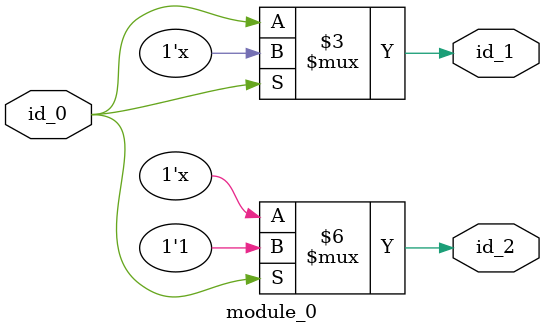
<source format=v>
module module_0 (
    input id_0,
    output reg id_1,
    output reg id_2
);
  always @(*) begin
    if (id_0) id_2 <= 1;
    else id_1 <= id_0;
  end
endmodule

</source>
